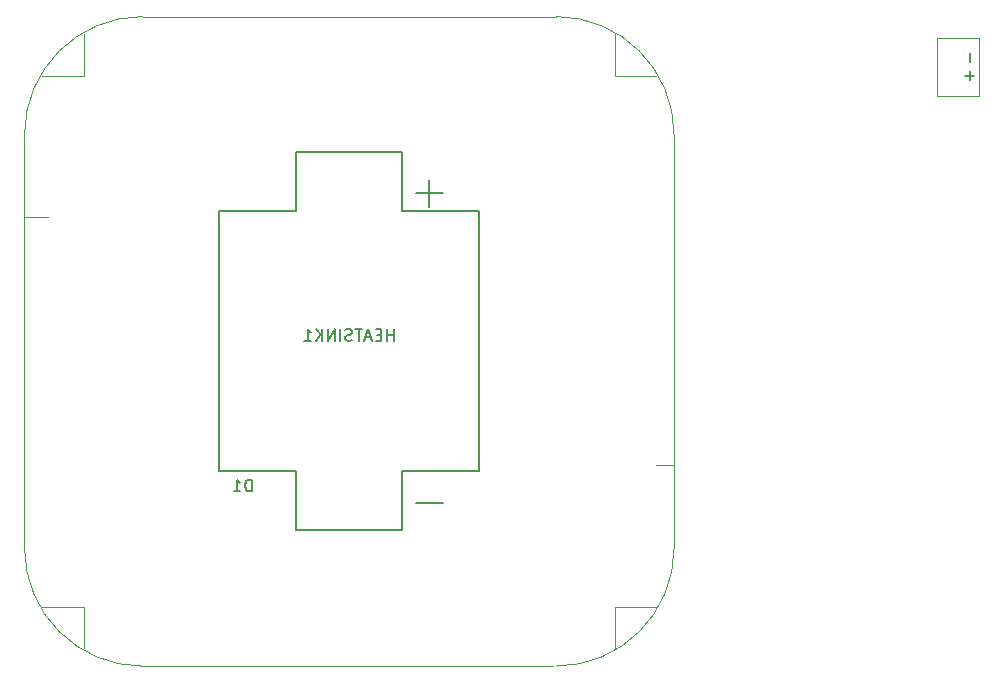
<source format=gbr>
G04 #@! TF.GenerationSoftware,KiCad,Pcbnew,(5.0.0)*
G04 #@! TF.CreationDate,2019-12-04T20:48:20-05:00*
G04 #@! TF.ProjectId,10W White LED,313057205768697465204C45442E6B69,rev?*
G04 #@! TF.SameCoordinates,Original*
G04 #@! TF.FileFunction,Legend,Bot*
G04 #@! TF.FilePolarity,Positive*
%FSLAX46Y46*%
G04 Gerber Fmt 4.6, Leading zero omitted, Abs format (unit mm)*
G04 Created by KiCad (PCBNEW (5.0.0)) date 12/04/19 20:48:20*
%MOMM*%
%LPD*%
G01*
G04 APERTURE LIST*
%ADD10C,0.100000*%
%ADD11C,0.200000*%
%ADD12C,0.150000*%
G04 APERTURE END LIST*
D10*
G04 #@! TO.C,FAN1*
X203300000Y-74300000D02*
X199800000Y-74300000D01*
X199800000Y-74300000D02*
X199800000Y-79200000D01*
X199800000Y-79200000D02*
X203300000Y-79200000D01*
X203300000Y-79200000D02*
X203300000Y-74300000D01*
G04 #@! TO.C,HEATSINK1*
X172500000Y-122500000D02*
X176000000Y-122500000D01*
X172500000Y-122500000D02*
X172500000Y-126000000D01*
X127500000Y-122500000D02*
X127500000Y-126000000D01*
X127500000Y-122500000D02*
X124000000Y-122500000D01*
X127500000Y-77500000D02*
X124000000Y-77500000D01*
X127500000Y-77500000D02*
X127500000Y-74000000D01*
X172500000Y-77500000D02*
X176000000Y-77500000D01*
X172500000Y-77500000D02*
X172500000Y-74000000D01*
X177500000Y-110500000D02*
X176000000Y-110500000D01*
X122500000Y-89500000D02*
X124500000Y-89500000D01*
X132500000Y-72500000D02*
X167500000Y-72500000D01*
X122500000Y-117500000D02*
X122500000Y-82500000D01*
X167250000Y-127500000D02*
X132250000Y-127500000D01*
X177500000Y-82500000D02*
X177500000Y-117500000D01*
X122500000Y-117500000D02*
G75*
G03X132500000Y-127500000I10000000J0D01*
G01*
X132500000Y-72500000D02*
G75*
G03X122500000Y-82500000I0J-10000000D01*
G01*
X177500000Y-82500000D02*
G75*
G03X167500000Y-72500000I-10000000J0D01*
G01*
X167500000Y-127500000D02*
G75*
G03X177500000Y-117500000I0J10000000D01*
G01*
G04 #@! TO.C,D1*
X153750000Y-84000000D02*
X154500000Y-84000000D01*
D11*
X154500000Y-89000000D02*
X161000000Y-89000000D01*
X161000000Y-89000000D02*
X161000000Y-111000000D01*
X161000000Y-111000000D02*
X154500000Y-111000000D01*
X154500000Y-111000000D02*
X154500000Y-116000000D01*
X154500000Y-116000000D02*
X145500000Y-116000000D01*
X145500000Y-116000000D02*
X145500000Y-115000000D01*
X145500000Y-115000000D02*
X145500000Y-111000000D01*
X145500000Y-111000000D02*
X139000000Y-111000000D01*
X139000000Y-111000000D02*
X139000000Y-110250000D01*
X139000000Y-110250000D02*
X139000000Y-89000000D01*
X139000000Y-89000000D02*
X140000000Y-89000000D01*
X140000000Y-89000000D02*
X145500000Y-89000000D01*
X145500000Y-89000000D02*
X145500000Y-88500000D01*
X145500000Y-88500000D02*
X145500000Y-84000000D01*
X145500000Y-84000000D02*
X146750000Y-84000000D01*
X146750000Y-84000000D02*
X154500000Y-84000000D01*
X154500000Y-84000000D02*
X154500000Y-89000000D01*
G04 #@! TO.C,FAN1*
D12*
X202521428Y-77119047D02*
X202521428Y-77880952D01*
X202902380Y-77500000D02*
X202140476Y-77500000D01*
X202521428Y-75619047D02*
X202521428Y-76380952D01*
G04 #@! TO.C,HEATSINK1*
X153761904Y-99952380D02*
X153761904Y-98952380D01*
X153761904Y-99428571D02*
X153190476Y-99428571D01*
X153190476Y-99952380D02*
X153190476Y-98952380D01*
X152714285Y-99428571D02*
X152380952Y-99428571D01*
X152238095Y-99952380D02*
X152714285Y-99952380D01*
X152714285Y-98952380D01*
X152238095Y-98952380D01*
X151857142Y-99666666D02*
X151380952Y-99666666D01*
X151952380Y-99952380D02*
X151619047Y-98952380D01*
X151285714Y-99952380D01*
X151095238Y-98952380D02*
X150523809Y-98952380D01*
X150809523Y-99952380D02*
X150809523Y-98952380D01*
X150238095Y-99904761D02*
X150095238Y-99952380D01*
X149857142Y-99952380D01*
X149761904Y-99904761D01*
X149714285Y-99857142D01*
X149666666Y-99761904D01*
X149666666Y-99666666D01*
X149714285Y-99571428D01*
X149761904Y-99523809D01*
X149857142Y-99476190D01*
X150047619Y-99428571D01*
X150142857Y-99380952D01*
X150190476Y-99333333D01*
X150238095Y-99238095D01*
X150238095Y-99142857D01*
X150190476Y-99047619D01*
X150142857Y-99000000D01*
X150047619Y-98952380D01*
X149809523Y-98952380D01*
X149666666Y-99000000D01*
X149238095Y-99952380D02*
X149238095Y-98952380D01*
X148761904Y-99952380D02*
X148761904Y-98952380D01*
X148190476Y-99952380D01*
X148190476Y-98952380D01*
X147714285Y-99952380D02*
X147714285Y-98952380D01*
X147142857Y-99952380D02*
X147571428Y-99380952D01*
X147142857Y-98952380D02*
X147714285Y-99523809D01*
X146190476Y-99952380D02*
X146761904Y-99952380D01*
X146476190Y-99952380D02*
X146476190Y-98952380D01*
X146571428Y-99095238D01*
X146666666Y-99190476D01*
X146761904Y-99238095D01*
G04 #@! TO.C,D1*
X141738095Y-112702380D02*
X141738095Y-111702380D01*
X141500000Y-111702380D01*
X141357142Y-111750000D01*
X141261904Y-111845238D01*
X141214285Y-111940476D01*
X141166666Y-112130952D01*
X141166666Y-112273809D01*
X141214285Y-112464285D01*
X141261904Y-112559523D01*
X141357142Y-112654761D01*
X141500000Y-112702380D01*
X141738095Y-112702380D01*
X140214285Y-112702380D02*
X140785714Y-112702380D01*
X140500000Y-112702380D02*
X140500000Y-111702380D01*
X140595238Y-111845238D01*
X140690476Y-111940476D01*
X140785714Y-111988095D01*
X157892857Y-87464285D02*
X155607142Y-87464285D01*
X156750000Y-88607142D02*
X156750000Y-86321428D01*
X157892857Y-113714285D02*
X155607142Y-113714285D01*
G04 #@! TD*
M02*

</source>
